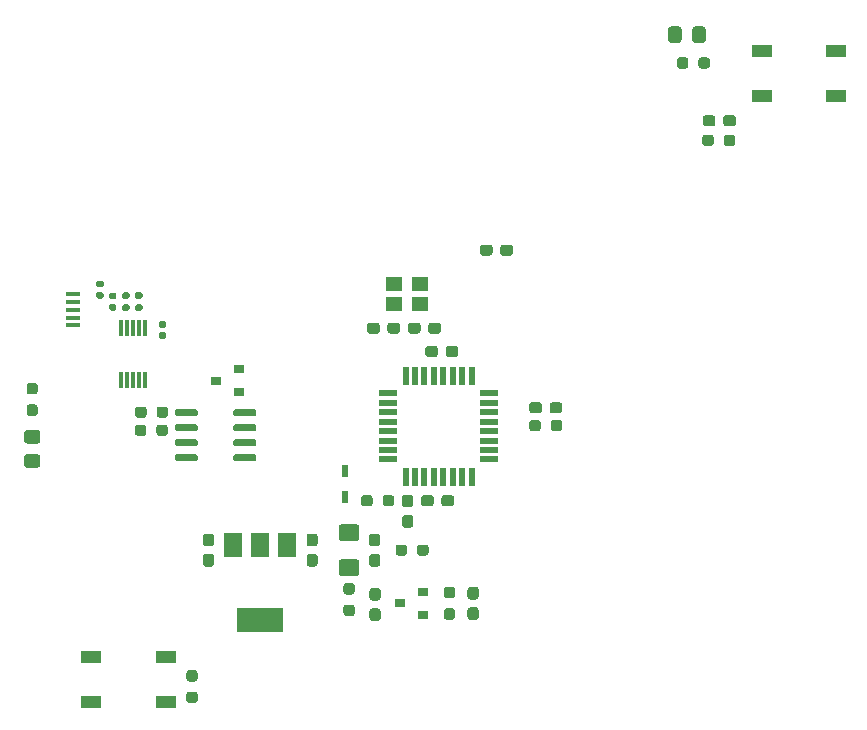
<source format=gbr>
%TF.GenerationSoftware,KiCad,Pcbnew,(5.1.7)-1*%
%TF.CreationDate,2020-10-28T17:30:20+01:00*%
%TF.ProjectId,Atmega_328_breakout,41746d65-6761-45f3-9332-385f62726561,rev?*%
%TF.SameCoordinates,Original*%
%TF.FileFunction,Paste,Top*%
%TF.FilePolarity,Positive*%
%FSLAX46Y46*%
G04 Gerber Fmt 4.6, Leading zero omitted, Abs format (unit mm)*
G04 Created by KiCad (PCBNEW (5.1.7)-1) date 2020-10-28 17:30:20*
%MOMM*%
%LPD*%
G01*
G04 APERTURE LIST*
%ADD10R,1.300000X0.450000*%
%ADD11R,0.300000X1.400000*%
%ADD12R,0.900000X0.800000*%
%ADD13R,1.500000X2.000000*%
%ADD14R,4.000000X2.000000*%
%ADD15R,0.600000X1.100000*%
%ADD16R,1.400000X1.200000*%
%ADD17R,1.700000X1.000000*%
%ADD18R,1.600000X0.550000*%
%ADD19R,0.550000X1.600000*%
G04 APERTURE END LIST*
D10*
%TO.C,J28*%
X55500000Y-81600000D03*
X55500000Y-80950000D03*
X55500000Y-80300000D03*
X55500000Y-79650000D03*
X55500000Y-79000000D03*
%TD*%
%TO.C,C14*%
G36*
G01*
X57630000Y-78800000D02*
X57970000Y-78800000D01*
G75*
G02*
X58110000Y-78940000I0J-140000D01*
G01*
X58110000Y-79220000D01*
G75*
G02*
X57970000Y-79360000I-140000J0D01*
G01*
X57630000Y-79360000D01*
G75*
G02*
X57490000Y-79220000I0J140000D01*
G01*
X57490000Y-78940000D01*
G75*
G02*
X57630000Y-78800000I140000J0D01*
G01*
G37*
G36*
G01*
X57630000Y-77840000D02*
X57970000Y-77840000D01*
G75*
G02*
X58110000Y-77980000I0J-140000D01*
G01*
X58110000Y-78260000D01*
G75*
G02*
X57970000Y-78400000I-140000J0D01*
G01*
X57630000Y-78400000D01*
G75*
G02*
X57490000Y-78260000I0J140000D01*
G01*
X57490000Y-77980000D01*
G75*
G02*
X57630000Y-77840000I140000J0D01*
G01*
G37*
%TD*%
D11*
%TO.C,U6*%
X59600000Y-81800000D03*
X60100000Y-81800000D03*
X60600000Y-81800000D03*
X61100000Y-81800000D03*
X61600000Y-81800000D03*
X61600000Y-86200000D03*
X61100000Y-86200000D03*
X60600000Y-86200000D03*
X60100000Y-86200000D03*
X59600000Y-86200000D03*
%TD*%
%TO.C,R13*%
G36*
G01*
X60185000Y-79360000D02*
X59815000Y-79360000D01*
G75*
G02*
X59680000Y-79225000I0J135000D01*
G01*
X59680000Y-78955000D01*
G75*
G02*
X59815000Y-78820000I135000J0D01*
G01*
X60185000Y-78820000D01*
G75*
G02*
X60320000Y-78955000I0J-135000D01*
G01*
X60320000Y-79225000D01*
G75*
G02*
X60185000Y-79360000I-135000J0D01*
G01*
G37*
G36*
G01*
X60185000Y-80380000D02*
X59815000Y-80380000D01*
G75*
G02*
X59680000Y-80245000I0J135000D01*
G01*
X59680000Y-79975000D01*
G75*
G02*
X59815000Y-79840000I135000J0D01*
G01*
X60185000Y-79840000D01*
G75*
G02*
X60320000Y-79975000I0J-135000D01*
G01*
X60320000Y-80245000D01*
G75*
G02*
X60185000Y-80380000I-135000J0D01*
G01*
G37*
%TD*%
%TO.C,R10*%
G36*
G01*
X61285000Y-79360000D02*
X60915000Y-79360000D01*
G75*
G02*
X60780000Y-79225000I0J135000D01*
G01*
X60780000Y-78955000D01*
G75*
G02*
X60915000Y-78820000I135000J0D01*
G01*
X61285000Y-78820000D01*
G75*
G02*
X61420000Y-78955000I0J-135000D01*
G01*
X61420000Y-79225000D01*
G75*
G02*
X61285000Y-79360000I-135000J0D01*
G01*
G37*
G36*
G01*
X61285000Y-80380000D02*
X60915000Y-80380000D01*
G75*
G02*
X60780000Y-80245000I0J135000D01*
G01*
X60780000Y-79975000D01*
G75*
G02*
X60915000Y-79840000I135000J0D01*
G01*
X61285000Y-79840000D01*
G75*
G02*
X61420000Y-79975000I0J-135000D01*
G01*
X61420000Y-80245000D01*
G75*
G02*
X61285000Y-80380000I-135000J0D01*
G01*
G37*
%TD*%
%TO.C,C16*%
G36*
G01*
X58730000Y-79800000D02*
X59070000Y-79800000D01*
G75*
G02*
X59210000Y-79940000I0J-140000D01*
G01*
X59210000Y-80220000D01*
G75*
G02*
X59070000Y-80360000I-140000J0D01*
G01*
X58730000Y-80360000D01*
G75*
G02*
X58590000Y-80220000I0J140000D01*
G01*
X58590000Y-79940000D01*
G75*
G02*
X58730000Y-79800000I140000J0D01*
G01*
G37*
G36*
G01*
X58730000Y-78840000D02*
X59070000Y-78840000D01*
G75*
G02*
X59210000Y-78980000I0J-140000D01*
G01*
X59210000Y-79260000D01*
G75*
G02*
X59070000Y-79400000I-140000J0D01*
G01*
X58730000Y-79400000D01*
G75*
G02*
X58590000Y-79260000I0J140000D01*
G01*
X58590000Y-78980000D01*
G75*
G02*
X58730000Y-78840000I140000J0D01*
G01*
G37*
%TD*%
%TO.C,C15*%
G36*
G01*
X62930000Y-82200000D02*
X63270000Y-82200000D01*
G75*
G02*
X63410000Y-82340000I0J-140000D01*
G01*
X63410000Y-82620000D01*
G75*
G02*
X63270000Y-82760000I-140000J0D01*
G01*
X62930000Y-82760000D01*
G75*
G02*
X62790000Y-82620000I0J140000D01*
G01*
X62790000Y-82340000D01*
G75*
G02*
X62930000Y-82200000I140000J0D01*
G01*
G37*
G36*
G01*
X62930000Y-81240000D02*
X63270000Y-81240000D01*
G75*
G02*
X63410000Y-81380000I0J-140000D01*
G01*
X63410000Y-81660000D01*
G75*
G02*
X63270000Y-81800000I-140000J0D01*
G01*
X62930000Y-81800000D01*
G75*
G02*
X62790000Y-81660000I0J140000D01*
G01*
X62790000Y-81380000D01*
G75*
G02*
X62930000Y-81240000I140000J0D01*
G01*
G37*
%TD*%
D12*
%TO.C,Q1*%
X67600000Y-86300000D03*
X69600000Y-85350000D03*
X69600000Y-87250000D03*
%TD*%
%TO.C,U3*%
G36*
G01*
X69100000Y-89175000D02*
X69100000Y-88875000D01*
G75*
G02*
X69250000Y-88725000I150000J0D01*
G01*
X70900000Y-88725000D01*
G75*
G02*
X71050000Y-88875000I0J-150000D01*
G01*
X71050000Y-89175000D01*
G75*
G02*
X70900000Y-89325000I-150000J0D01*
G01*
X69250000Y-89325000D01*
G75*
G02*
X69100000Y-89175000I0J150000D01*
G01*
G37*
G36*
G01*
X69100000Y-90445000D02*
X69100000Y-90145000D01*
G75*
G02*
X69250000Y-89995000I150000J0D01*
G01*
X70900000Y-89995000D01*
G75*
G02*
X71050000Y-90145000I0J-150000D01*
G01*
X71050000Y-90445000D01*
G75*
G02*
X70900000Y-90595000I-150000J0D01*
G01*
X69250000Y-90595000D01*
G75*
G02*
X69100000Y-90445000I0J150000D01*
G01*
G37*
G36*
G01*
X69100000Y-91715000D02*
X69100000Y-91415000D01*
G75*
G02*
X69250000Y-91265000I150000J0D01*
G01*
X70900000Y-91265000D01*
G75*
G02*
X71050000Y-91415000I0J-150000D01*
G01*
X71050000Y-91715000D01*
G75*
G02*
X70900000Y-91865000I-150000J0D01*
G01*
X69250000Y-91865000D01*
G75*
G02*
X69100000Y-91715000I0J150000D01*
G01*
G37*
G36*
G01*
X69100000Y-92985000D02*
X69100000Y-92685000D01*
G75*
G02*
X69250000Y-92535000I150000J0D01*
G01*
X70900000Y-92535000D01*
G75*
G02*
X71050000Y-92685000I0J-150000D01*
G01*
X71050000Y-92985000D01*
G75*
G02*
X70900000Y-93135000I-150000J0D01*
G01*
X69250000Y-93135000D01*
G75*
G02*
X69100000Y-92985000I0J150000D01*
G01*
G37*
G36*
G01*
X64150000Y-92985000D02*
X64150000Y-92685000D01*
G75*
G02*
X64300000Y-92535000I150000J0D01*
G01*
X65950000Y-92535000D01*
G75*
G02*
X66100000Y-92685000I0J-150000D01*
G01*
X66100000Y-92985000D01*
G75*
G02*
X65950000Y-93135000I-150000J0D01*
G01*
X64300000Y-93135000D01*
G75*
G02*
X64150000Y-92985000I0J150000D01*
G01*
G37*
G36*
G01*
X64150000Y-91715000D02*
X64150000Y-91415000D01*
G75*
G02*
X64300000Y-91265000I150000J0D01*
G01*
X65950000Y-91265000D01*
G75*
G02*
X66100000Y-91415000I0J-150000D01*
G01*
X66100000Y-91715000D01*
G75*
G02*
X65950000Y-91865000I-150000J0D01*
G01*
X64300000Y-91865000D01*
G75*
G02*
X64150000Y-91715000I0J150000D01*
G01*
G37*
G36*
G01*
X64150000Y-90445000D02*
X64150000Y-90145000D01*
G75*
G02*
X64300000Y-89995000I150000J0D01*
G01*
X65950000Y-89995000D01*
G75*
G02*
X66100000Y-90145000I0J-150000D01*
G01*
X66100000Y-90445000D01*
G75*
G02*
X65950000Y-90595000I-150000J0D01*
G01*
X64300000Y-90595000D01*
G75*
G02*
X64150000Y-90445000I0J150000D01*
G01*
G37*
G36*
G01*
X64150000Y-89175000D02*
X64150000Y-88875000D01*
G75*
G02*
X64300000Y-88725000I150000J0D01*
G01*
X65950000Y-88725000D01*
G75*
G02*
X66100000Y-88875000I0J-150000D01*
G01*
X66100000Y-89175000D01*
G75*
G02*
X65950000Y-89325000I-150000J0D01*
G01*
X64300000Y-89325000D01*
G75*
G02*
X64150000Y-89175000I0J150000D01*
G01*
G37*
%TD*%
D13*
%TO.C,U1*%
X73675000Y-100250000D03*
X69075000Y-100250000D03*
X71375000Y-100250000D03*
D14*
X71375000Y-106550000D03*
%TD*%
D15*
%TO.C,D2*%
X78522000Y-96158000D03*
X78522000Y-93958000D03*
%TD*%
D16*
%TO.C,Y1*%
X82672000Y-78118000D03*
X84872000Y-78118000D03*
X84872000Y-79818000D03*
X82672000Y-79818000D03*
%TD*%
D17*
%TO.C,SW2*%
X120153000Y-62160000D03*
X113853000Y-62160000D03*
X120153000Y-58360000D03*
X113853000Y-58360000D03*
%TD*%
%TO.C,SW1*%
X57084000Y-109668000D03*
X63384000Y-109668000D03*
X57084000Y-113468000D03*
X63384000Y-113468000D03*
%TD*%
%TO.C,R12*%
G36*
G01*
X81741000Y-96692500D02*
X81741000Y-96217500D01*
G75*
G02*
X81978500Y-95980000I237500J0D01*
G01*
X82478500Y-95980000D01*
G75*
G02*
X82716000Y-96217500I0J-237500D01*
G01*
X82716000Y-96692500D01*
G75*
G02*
X82478500Y-96930000I-237500J0D01*
G01*
X81978500Y-96930000D01*
G75*
G02*
X81741000Y-96692500I0J237500D01*
G01*
G37*
G36*
G01*
X79916000Y-96692500D02*
X79916000Y-96217500D01*
G75*
G02*
X80153500Y-95980000I237500J0D01*
G01*
X80653500Y-95980000D01*
G75*
G02*
X80891000Y-96217500I0J-237500D01*
G01*
X80891000Y-96692500D01*
G75*
G02*
X80653500Y-96930000I-237500J0D01*
G01*
X80153500Y-96930000D01*
G75*
G02*
X79916000Y-96692500I0J237500D01*
G01*
G37*
%TD*%
%TO.C,R11*%
G36*
G01*
X84662000Y-100883500D02*
X84662000Y-100408500D01*
G75*
G02*
X84899500Y-100171000I237500J0D01*
G01*
X85399500Y-100171000D01*
G75*
G02*
X85637000Y-100408500I0J-237500D01*
G01*
X85637000Y-100883500D01*
G75*
G02*
X85399500Y-101121000I-237500J0D01*
G01*
X84899500Y-101121000D01*
G75*
G02*
X84662000Y-100883500I0J237500D01*
G01*
G37*
G36*
G01*
X82837000Y-100883500D02*
X82837000Y-100408500D01*
G75*
G02*
X83074500Y-100171000I237500J0D01*
G01*
X83574500Y-100171000D01*
G75*
G02*
X83812000Y-100408500I0J-237500D01*
G01*
X83812000Y-100883500D01*
G75*
G02*
X83574500Y-101121000I-237500J0D01*
G01*
X83074500Y-101121000D01*
G75*
G02*
X82837000Y-100883500I0J237500D01*
G01*
G37*
%TD*%
%TO.C,F1*%
G36*
G01*
X79528000Y-99871000D02*
X78278000Y-99871000D01*
G75*
G02*
X78028000Y-99621000I0J250000D01*
G01*
X78028000Y-98696000D01*
G75*
G02*
X78278000Y-98446000I250000J0D01*
G01*
X79528000Y-98446000D01*
G75*
G02*
X79778000Y-98696000I0J-250000D01*
G01*
X79778000Y-99621000D01*
G75*
G02*
X79528000Y-99871000I-250000J0D01*
G01*
G37*
G36*
G01*
X79528000Y-102846000D02*
X78278000Y-102846000D01*
G75*
G02*
X78028000Y-102596000I0J250000D01*
G01*
X78028000Y-101671000D01*
G75*
G02*
X78278000Y-101421000I250000J0D01*
G01*
X79528000Y-101421000D01*
G75*
G02*
X79778000Y-101671000I0J-250000D01*
G01*
X79778000Y-102596000D01*
G75*
G02*
X79528000Y-102846000I-250000J0D01*
G01*
G37*
%TD*%
D12*
%TO.C,U5*%
X83200000Y-105150000D03*
X85200000Y-104200000D03*
X85200000Y-106100000D03*
%TD*%
D18*
%TO.C,U4*%
X90737000Y-87370000D03*
X90737000Y-88170000D03*
X90737000Y-88970000D03*
X90737000Y-89770000D03*
X90737000Y-90570000D03*
X90737000Y-91370000D03*
X90737000Y-92170000D03*
X90737000Y-92970000D03*
D19*
X89287000Y-94420000D03*
X88487000Y-94420000D03*
X87687000Y-94420000D03*
X86887000Y-94420000D03*
X86087000Y-94420000D03*
X85287000Y-94420000D03*
X84487000Y-94420000D03*
X83687000Y-94420000D03*
D18*
X82237000Y-92970000D03*
X82237000Y-92170000D03*
X82237000Y-91370000D03*
X82237000Y-90570000D03*
X82237000Y-89770000D03*
X82237000Y-88970000D03*
X82237000Y-88170000D03*
X82237000Y-87370000D03*
D19*
X83687000Y-85920000D03*
X84487000Y-85920000D03*
X85287000Y-85920000D03*
X86087000Y-85920000D03*
X86887000Y-85920000D03*
X87687000Y-85920000D03*
X88487000Y-85920000D03*
X89287000Y-85920000D03*
%TD*%
%TO.C,D4*%
G36*
G01*
X107050000Y-56549999D02*
X107050000Y-57450001D01*
G75*
G02*
X106800001Y-57700000I-249999J0D01*
G01*
X106149999Y-57700000D01*
G75*
G02*
X105900000Y-57450001I0J249999D01*
G01*
X105900000Y-56549999D01*
G75*
G02*
X106149999Y-56300000I249999J0D01*
G01*
X106800001Y-56300000D01*
G75*
G02*
X107050000Y-56549999I0J-249999D01*
G01*
G37*
G36*
G01*
X109100000Y-56549999D02*
X109100000Y-57450001D01*
G75*
G02*
X108850001Y-57700000I-249999J0D01*
G01*
X108199999Y-57700000D01*
G75*
G02*
X107950000Y-57450001I0J249999D01*
G01*
X107950000Y-56549999D01*
G75*
G02*
X108199999Y-56300000I249999J0D01*
G01*
X108850001Y-56300000D01*
G75*
G02*
X109100000Y-56549999I0J-249999D01*
G01*
G37*
%TD*%
%TO.C,D3*%
G36*
G01*
X52520001Y-91625000D02*
X51619999Y-91625000D01*
G75*
G02*
X51370000Y-91375001I0J249999D01*
G01*
X51370000Y-90724999D01*
G75*
G02*
X51619999Y-90475000I249999J0D01*
G01*
X52520001Y-90475000D01*
G75*
G02*
X52770000Y-90724999I0J-249999D01*
G01*
X52770000Y-91375001D01*
G75*
G02*
X52520001Y-91625000I-249999J0D01*
G01*
G37*
G36*
G01*
X52520001Y-93675000D02*
X51619999Y-93675000D01*
G75*
G02*
X51370000Y-93425001I0J249999D01*
G01*
X51370000Y-92774999D01*
G75*
G02*
X51619999Y-92525000I249999J0D01*
G01*
X52520001Y-92525000D01*
G75*
G02*
X52770000Y-92774999I0J-249999D01*
G01*
X52770000Y-93425001D01*
G75*
G02*
X52520001Y-93675000I-249999J0D01*
G01*
G37*
%TD*%
%TO.C,C13*%
G36*
G01*
X110575000Y-64537500D02*
X110575000Y-64062500D01*
G75*
G02*
X110812500Y-63825000I237500J0D01*
G01*
X111412500Y-63825000D01*
G75*
G02*
X111650000Y-64062500I0J-237500D01*
G01*
X111650000Y-64537500D01*
G75*
G02*
X111412500Y-64775000I-237500J0D01*
G01*
X110812500Y-64775000D01*
G75*
G02*
X110575000Y-64537500I0J237500D01*
G01*
G37*
G36*
G01*
X108850000Y-64537500D02*
X108850000Y-64062500D01*
G75*
G02*
X109087500Y-63825000I237500J0D01*
G01*
X109687500Y-63825000D01*
G75*
G02*
X109925000Y-64062500I0J-237500D01*
G01*
X109925000Y-64537500D01*
G75*
G02*
X109687500Y-64775000I-237500J0D01*
G01*
X109087500Y-64775000D01*
G75*
G02*
X108850000Y-64537500I0J237500D01*
G01*
G37*
%TD*%
%TO.C,C12*%
G36*
G01*
X84954500Y-81612500D02*
X84954500Y-82087500D01*
G75*
G02*
X84717000Y-82325000I-237500J0D01*
G01*
X84117000Y-82325000D01*
G75*
G02*
X83879500Y-82087500I0J237500D01*
G01*
X83879500Y-81612500D01*
G75*
G02*
X84117000Y-81375000I237500J0D01*
G01*
X84717000Y-81375000D01*
G75*
G02*
X84954500Y-81612500I0J-237500D01*
G01*
G37*
G36*
G01*
X86679500Y-81612500D02*
X86679500Y-82087500D01*
G75*
G02*
X86442000Y-82325000I-237500J0D01*
G01*
X85842000Y-82325000D01*
G75*
G02*
X85604500Y-82087500I0J237500D01*
G01*
X85604500Y-81612500D01*
G75*
G02*
X85842000Y-81375000I237500J0D01*
G01*
X86442000Y-81375000D01*
G75*
G02*
X86679500Y-81612500I0J-237500D01*
G01*
G37*
%TD*%
%TO.C,C11*%
G36*
G01*
X82149000Y-82087500D02*
X82149000Y-81612500D01*
G75*
G02*
X82386500Y-81375000I237500J0D01*
G01*
X82986500Y-81375000D01*
G75*
G02*
X83224000Y-81612500I0J-237500D01*
G01*
X83224000Y-82087500D01*
G75*
G02*
X82986500Y-82325000I-237500J0D01*
G01*
X82386500Y-82325000D01*
G75*
G02*
X82149000Y-82087500I0J237500D01*
G01*
G37*
G36*
G01*
X80424000Y-82087500D02*
X80424000Y-81612500D01*
G75*
G02*
X80661500Y-81375000I237500J0D01*
G01*
X81261500Y-81375000D01*
G75*
G02*
X81499000Y-81612500I0J-237500D01*
G01*
X81499000Y-82087500D01*
G75*
G02*
X81261500Y-82325000I-237500J0D01*
G01*
X80661500Y-82325000D01*
G75*
G02*
X80424000Y-82087500I0J237500D01*
G01*
G37*
%TD*%
%TO.C,C10*%
G36*
G01*
X91700500Y-75483500D02*
X91700500Y-75008500D01*
G75*
G02*
X91938000Y-74771000I237500J0D01*
G01*
X92538000Y-74771000D01*
G75*
G02*
X92775500Y-75008500I0J-237500D01*
G01*
X92775500Y-75483500D01*
G75*
G02*
X92538000Y-75721000I-237500J0D01*
G01*
X91938000Y-75721000D01*
G75*
G02*
X91700500Y-75483500I0J237500D01*
G01*
G37*
G36*
G01*
X89975500Y-75483500D02*
X89975500Y-75008500D01*
G75*
G02*
X90213000Y-74771000I237500J0D01*
G01*
X90813000Y-74771000D01*
G75*
G02*
X91050500Y-75008500I0J-237500D01*
G01*
X91050500Y-75483500D01*
G75*
G02*
X90813000Y-75721000I-237500J0D01*
G01*
X90213000Y-75721000D01*
G75*
G02*
X89975500Y-75483500I0J237500D01*
G01*
G37*
%TD*%
%TO.C,C9*%
G36*
G01*
X95875000Y-88837500D02*
X95875000Y-88362500D01*
G75*
G02*
X96112500Y-88125000I237500J0D01*
G01*
X96712500Y-88125000D01*
G75*
G02*
X96950000Y-88362500I0J-237500D01*
G01*
X96950000Y-88837500D01*
G75*
G02*
X96712500Y-89075000I-237500J0D01*
G01*
X96112500Y-89075000D01*
G75*
G02*
X95875000Y-88837500I0J237500D01*
G01*
G37*
G36*
G01*
X94150000Y-88837500D02*
X94150000Y-88362500D01*
G75*
G02*
X94387500Y-88125000I237500J0D01*
G01*
X94987500Y-88125000D01*
G75*
G02*
X95225000Y-88362500I0J-237500D01*
G01*
X95225000Y-88837500D01*
G75*
G02*
X94987500Y-89075000I-237500J0D01*
G01*
X94387500Y-89075000D01*
G75*
G02*
X94150000Y-88837500I0J237500D01*
G01*
G37*
%TD*%
%TO.C,C8*%
G36*
G01*
X80824500Y-100971000D02*
X81299500Y-100971000D01*
G75*
G02*
X81537000Y-101208500I0J-237500D01*
G01*
X81537000Y-101808500D01*
G75*
G02*
X81299500Y-102046000I-237500J0D01*
G01*
X80824500Y-102046000D01*
G75*
G02*
X80587000Y-101808500I0J237500D01*
G01*
X80587000Y-101208500D01*
G75*
G02*
X80824500Y-100971000I237500J0D01*
G01*
G37*
G36*
G01*
X80824500Y-99246000D02*
X81299500Y-99246000D01*
G75*
G02*
X81537000Y-99483500I0J-237500D01*
G01*
X81537000Y-100083500D01*
G75*
G02*
X81299500Y-100321000I-237500J0D01*
G01*
X80824500Y-100321000D01*
G75*
G02*
X80587000Y-100083500I0J237500D01*
G01*
X80587000Y-99483500D01*
G75*
G02*
X80824500Y-99246000I237500J0D01*
G01*
G37*
%TD*%
%TO.C,C7*%
G36*
G01*
X89162500Y-105475000D02*
X89637500Y-105475000D01*
G75*
G02*
X89875000Y-105712500I0J-237500D01*
G01*
X89875000Y-106312500D01*
G75*
G02*
X89637500Y-106550000I-237500J0D01*
G01*
X89162500Y-106550000D01*
G75*
G02*
X88925000Y-106312500I0J237500D01*
G01*
X88925000Y-105712500D01*
G75*
G02*
X89162500Y-105475000I237500J0D01*
G01*
G37*
G36*
G01*
X89162500Y-103750000D02*
X89637500Y-103750000D01*
G75*
G02*
X89875000Y-103987500I0J-237500D01*
G01*
X89875000Y-104587500D01*
G75*
G02*
X89637500Y-104825000I-237500J0D01*
G01*
X89162500Y-104825000D01*
G75*
G02*
X88925000Y-104587500I0J237500D01*
G01*
X88925000Y-103987500D01*
G75*
G02*
X89162500Y-103750000I237500J0D01*
G01*
G37*
%TD*%
%TO.C,C6*%
G36*
G01*
X81337500Y-104925000D02*
X80862500Y-104925000D01*
G75*
G02*
X80625000Y-104687500I0J237500D01*
G01*
X80625000Y-104087500D01*
G75*
G02*
X80862500Y-103850000I237500J0D01*
G01*
X81337500Y-103850000D01*
G75*
G02*
X81575000Y-104087500I0J-237500D01*
G01*
X81575000Y-104687500D01*
G75*
G02*
X81337500Y-104925000I-237500J0D01*
G01*
G37*
G36*
G01*
X81337500Y-106650000D02*
X80862500Y-106650000D01*
G75*
G02*
X80625000Y-106412500I0J237500D01*
G01*
X80625000Y-105812500D01*
G75*
G02*
X80862500Y-105575000I237500J0D01*
G01*
X81337500Y-105575000D01*
G75*
G02*
X81575000Y-105812500I0J-237500D01*
G01*
X81575000Y-106412500D01*
G75*
G02*
X81337500Y-106650000I-237500J0D01*
G01*
G37*
%TD*%
%TO.C,C5*%
G36*
G01*
X76012500Y-100321000D02*
X75537500Y-100321000D01*
G75*
G02*
X75300000Y-100083500I0J237500D01*
G01*
X75300000Y-99483500D01*
G75*
G02*
X75537500Y-99246000I237500J0D01*
G01*
X76012500Y-99246000D01*
G75*
G02*
X76250000Y-99483500I0J-237500D01*
G01*
X76250000Y-100083500D01*
G75*
G02*
X76012500Y-100321000I-237500J0D01*
G01*
G37*
G36*
G01*
X76012500Y-102046000D02*
X75537500Y-102046000D01*
G75*
G02*
X75300000Y-101808500I0J237500D01*
G01*
X75300000Y-101208500D01*
G75*
G02*
X75537500Y-100971000I237500J0D01*
G01*
X76012500Y-100971000D01*
G75*
G02*
X76250000Y-101208500I0J-237500D01*
G01*
X76250000Y-101808500D01*
G75*
G02*
X76012500Y-102046000I-237500J0D01*
G01*
G37*
%TD*%
%TO.C,C4*%
G36*
G01*
X86071000Y-96217500D02*
X86071000Y-96692500D01*
G75*
G02*
X85833500Y-96930000I-237500J0D01*
G01*
X85233500Y-96930000D01*
G75*
G02*
X84996000Y-96692500I0J237500D01*
G01*
X84996000Y-96217500D01*
G75*
G02*
X85233500Y-95980000I237500J0D01*
G01*
X85833500Y-95980000D01*
G75*
G02*
X86071000Y-96217500I0J-237500D01*
G01*
G37*
G36*
G01*
X87796000Y-96217500D02*
X87796000Y-96692500D01*
G75*
G02*
X87558500Y-96930000I-237500J0D01*
G01*
X86958500Y-96930000D01*
G75*
G02*
X86721000Y-96692500I0J237500D01*
G01*
X86721000Y-96217500D01*
G75*
G02*
X86958500Y-95980000I237500J0D01*
G01*
X87558500Y-95980000D01*
G75*
G02*
X87796000Y-96217500I0J-237500D01*
G01*
G37*
%TD*%
%TO.C,C3*%
G36*
G01*
X86423000Y-83588500D02*
X86423000Y-84063500D01*
G75*
G02*
X86185500Y-84301000I-237500J0D01*
G01*
X85585500Y-84301000D01*
G75*
G02*
X85348000Y-84063500I0J237500D01*
G01*
X85348000Y-83588500D01*
G75*
G02*
X85585500Y-83351000I237500J0D01*
G01*
X86185500Y-83351000D01*
G75*
G02*
X86423000Y-83588500I0J-237500D01*
G01*
G37*
G36*
G01*
X88148000Y-83588500D02*
X88148000Y-84063500D01*
G75*
G02*
X87910500Y-84301000I-237500J0D01*
G01*
X87310500Y-84301000D01*
G75*
G02*
X87073000Y-84063500I0J237500D01*
G01*
X87073000Y-83588500D01*
G75*
G02*
X87310500Y-83351000I237500J0D01*
G01*
X87910500Y-83351000D01*
G75*
G02*
X88148000Y-83588500I0J-237500D01*
G01*
G37*
%TD*%
%TO.C,C2*%
G36*
G01*
X67237500Y-100321000D02*
X66762500Y-100321000D01*
G75*
G02*
X66525000Y-100083500I0J237500D01*
G01*
X66525000Y-99483500D01*
G75*
G02*
X66762500Y-99246000I237500J0D01*
G01*
X67237500Y-99246000D01*
G75*
G02*
X67475000Y-99483500I0J-237500D01*
G01*
X67475000Y-100083500D01*
G75*
G02*
X67237500Y-100321000I-237500J0D01*
G01*
G37*
G36*
G01*
X67237500Y-102046000D02*
X66762500Y-102046000D01*
G75*
G02*
X66525000Y-101808500I0J237500D01*
G01*
X66525000Y-101208500D01*
G75*
G02*
X66762500Y-100971000I237500J0D01*
G01*
X67237500Y-100971000D01*
G75*
G02*
X67475000Y-101208500I0J-237500D01*
G01*
X67475000Y-101808500D01*
G75*
G02*
X67237500Y-102046000I-237500J0D01*
G01*
G37*
%TD*%
%TO.C,C1*%
G36*
G01*
X84093500Y-97019000D02*
X83618500Y-97019000D01*
G75*
G02*
X83381000Y-96781500I0J237500D01*
G01*
X83381000Y-96181500D01*
G75*
G02*
X83618500Y-95944000I237500J0D01*
G01*
X84093500Y-95944000D01*
G75*
G02*
X84331000Y-96181500I0J-237500D01*
G01*
X84331000Y-96781500D01*
G75*
G02*
X84093500Y-97019000I-237500J0D01*
G01*
G37*
G36*
G01*
X84093500Y-98744000D02*
X83618500Y-98744000D01*
G75*
G02*
X83381000Y-98506500I0J237500D01*
G01*
X83381000Y-97906500D01*
G75*
G02*
X83618500Y-97669000I237500J0D01*
G01*
X84093500Y-97669000D01*
G75*
G02*
X84331000Y-97906500I0J-237500D01*
G01*
X84331000Y-98506500D01*
G75*
G02*
X84093500Y-98744000I-237500J0D01*
G01*
G37*
%TD*%
%TO.C,R1*%
G36*
G01*
X60760000Y-90737500D02*
X60760000Y-90262500D01*
G75*
G02*
X60997500Y-90025000I237500J0D01*
G01*
X61497500Y-90025000D01*
G75*
G02*
X61735000Y-90262500I0J-237500D01*
G01*
X61735000Y-90737500D01*
G75*
G02*
X61497500Y-90975000I-237500J0D01*
G01*
X60997500Y-90975000D01*
G75*
G02*
X60760000Y-90737500I0J237500D01*
G01*
G37*
G36*
G01*
X62585000Y-90737500D02*
X62585000Y-90262500D01*
G75*
G02*
X62822500Y-90025000I237500J0D01*
G01*
X63322500Y-90025000D01*
G75*
G02*
X63560000Y-90262500I0J-237500D01*
G01*
X63560000Y-90737500D01*
G75*
G02*
X63322500Y-90975000I-237500J0D01*
G01*
X62822500Y-90975000D01*
G75*
G02*
X62585000Y-90737500I0J237500D01*
G01*
G37*
%TD*%
%TO.C,R2*%
G36*
G01*
X63577500Y-88732500D02*
X63577500Y-89207500D01*
G75*
G02*
X63340000Y-89445000I-237500J0D01*
G01*
X62840000Y-89445000D01*
G75*
G02*
X62602500Y-89207500I0J237500D01*
G01*
X62602500Y-88732500D01*
G75*
G02*
X62840000Y-88495000I237500J0D01*
G01*
X63340000Y-88495000D01*
G75*
G02*
X63577500Y-88732500I0J-237500D01*
G01*
G37*
G36*
G01*
X61752500Y-88732500D02*
X61752500Y-89207500D01*
G75*
G02*
X61515000Y-89445000I-237500J0D01*
G01*
X61015000Y-89445000D01*
G75*
G02*
X60777500Y-89207500I0J237500D01*
G01*
X60777500Y-88732500D01*
G75*
G02*
X61015000Y-88495000I237500J0D01*
G01*
X61515000Y-88495000D01*
G75*
G02*
X61752500Y-88732500I0J-237500D01*
G01*
G37*
%TD*%
%TO.C,R3*%
G36*
G01*
X87637500Y-104725000D02*
X87162500Y-104725000D01*
G75*
G02*
X86925000Y-104487500I0J237500D01*
G01*
X86925000Y-103987500D01*
G75*
G02*
X87162500Y-103750000I237500J0D01*
G01*
X87637500Y-103750000D01*
G75*
G02*
X87875000Y-103987500I0J-237500D01*
G01*
X87875000Y-104487500D01*
G75*
G02*
X87637500Y-104725000I-237500J0D01*
G01*
G37*
G36*
G01*
X87637500Y-106550000D02*
X87162500Y-106550000D01*
G75*
G02*
X86925000Y-106312500I0J237500D01*
G01*
X86925000Y-105812500D01*
G75*
G02*
X87162500Y-105575000I237500J0D01*
G01*
X87637500Y-105575000D01*
G75*
G02*
X87875000Y-105812500I0J-237500D01*
G01*
X87875000Y-106312500D01*
G75*
G02*
X87637500Y-106550000I-237500J0D01*
G01*
G37*
%TD*%
%TO.C,R4*%
G36*
G01*
X79140500Y-106237000D02*
X78665500Y-106237000D01*
G75*
G02*
X78428000Y-105999500I0J237500D01*
G01*
X78428000Y-105499500D01*
G75*
G02*
X78665500Y-105262000I237500J0D01*
G01*
X79140500Y-105262000D01*
G75*
G02*
X79378000Y-105499500I0J-237500D01*
G01*
X79378000Y-105999500D01*
G75*
G02*
X79140500Y-106237000I-237500J0D01*
G01*
G37*
G36*
G01*
X79140500Y-104412000D02*
X78665500Y-104412000D01*
G75*
G02*
X78428000Y-104174500I0J237500D01*
G01*
X78428000Y-103674500D01*
G75*
G02*
X78665500Y-103437000I237500J0D01*
G01*
X79140500Y-103437000D01*
G75*
G02*
X79378000Y-103674500I0J-237500D01*
G01*
X79378000Y-104174500D01*
G75*
G02*
X79140500Y-104412000I-237500J0D01*
G01*
G37*
%TD*%
%TO.C,R5*%
G36*
G01*
X51832500Y-86484000D02*
X52307500Y-86484000D01*
G75*
G02*
X52545000Y-86721500I0J-237500D01*
G01*
X52545000Y-87221500D01*
G75*
G02*
X52307500Y-87459000I-237500J0D01*
G01*
X51832500Y-87459000D01*
G75*
G02*
X51595000Y-87221500I0J237500D01*
G01*
X51595000Y-86721500D01*
G75*
G02*
X51832500Y-86484000I237500J0D01*
G01*
G37*
G36*
G01*
X51832500Y-88309000D02*
X52307500Y-88309000D01*
G75*
G02*
X52545000Y-88546500I0J-237500D01*
G01*
X52545000Y-89046500D01*
G75*
G02*
X52307500Y-89284000I-237500J0D01*
G01*
X51832500Y-89284000D01*
G75*
G02*
X51595000Y-89046500I0J237500D01*
G01*
X51595000Y-88546500D01*
G75*
G02*
X51832500Y-88309000I237500J0D01*
G01*
G37*
%TD*%
%TO.C,R6*%
G36*
G01*
X95125000Y-89862500D02*
X95125000Y-90337500D01*
G75*
G02*
X94887500Y-90575000I-237500J0D01*
G01*
X94387500Y-90575000D01*
G75*
G02*
X94150000Y-90337500I0J237500D01*
G01*
X94150000Y-89862500D01*
G75*
G02*
X94387500Y-89625000I237500J0D01*
G01*
X94887500Y-89625000D01*
G75*
G02*
X95125000Y-89862500I0J-237500D01*
G01*
G37*
G36*
G01*
X96950000Y-89862500D02*
X96950000Y-90337500D01*
G75*
G02*
X96712500Y-90575000I-237500J0D01*
G01*
X96212500Y-90575000D01*
G75*
G02*
X95975000Y-90337500I0J237500D01*
G01*
X95975000Y-89862500D01*
G75*
G02*
X96212500Y-89625000I237500J0D01*
G01*
X96712500Y-89625000D01*
G75*
G02*
X96950000Y-89862500I0J-237500D01*
G01*
G37*
%TD*%
%TO.C,R7*%
G36*
G01*
X65362500Y-112625000D02*
X65837500Y-112625000D01*
G75*
G02*
X66075000Y-112862500I0J-237500D01*
G01*
X66075000Y-113362500D01*
G75*
G02*
X65837500Y-113600000I-237500J0D01*
G01*
X65362500Y-113600000D01*
G75*
G02*
X65125000Y-113362500I0J237500D01*
G01*
X65125000Y-112862500D01*
G75*
G02*
X65362500Y-112625000I237500J0D01*
G01*
G37*
G36*
G01*
X65362500Y-110800000D02*
X65837500Y-110800000D01*
G75*
G02*
X66075000Y-111037500I0J-237500D01*
G01*
X66075000Y-111537500D01*
G75*
G02*
X65837500Y-111775000I-237500J0D01*
G01*
X65362500Y-111775000D01*
G75*
G02*
X65125000Y-111537500I0J237500D01*
G01*
X65125000Y-111037500D01*
G75*
G02*
X65362500Y-110800000I237500J0D01*
G01*
G37*
%TD*%
%TO.C,R8*%
G36*
G01*
X108475000Y-59637500D02*
X108475000Y-59162500D01*
G75*
G02*
X108712500Y-58925000I237500J0D01*
G01*
X109212500Y-58925000D01*
G75*
G02*
X109450000Y-59162500I0J-237500D01*
G01*
X109450000Y-59637500D01*
G75*
G02*
X109212500Y-59875000I-237500J0D01*
G01*
X108712500Y-59875000D01*
G75*
G02*
X108475000Y-59637500I0J237500D01*
G01*
G37*
G36*
G01*
X106650000Y-59637500D02*
X106650000Y-59162500D01*
G75*
G02*
X106887500Y-58925000I237500J0D01*
G01*
X107387500Y-58925000D01*
G75*
G02*
X107625000Y-59162500I0J-237500D01*
G01*
X107625000Y-59637500D01*
G75*
G02*
X107387500Y-59875000I-237500J0D01*
G01*
X106887500Y-59875000D01*
G75*
G02*
X106650000Y-59637500I0J237500D01*
G01*
G37*
%TD*%
%TO.C,R9*%
G36*
G01*
X111600000Y-65712500D02*
X111600000Y-66187500D01*
G75*
G02*
X111362500Y-66425000I-237500J0D01*
G01*
X110862500Y-66425000D01*
G75*
G02*
X110625000Y-66187500I0J237500D01*
G01*
X110625000Y-65712500D01*
G75*
G02*
X110862500Y-65475000I237500J0D01*
G01*
X111362500Y-65475000D01*
G75*
G02*
X111600000Y-65712500I0J-237500D01*
G01*
G37*
G36*
G01*
X109775000Y-65712500D02*
X109775000Y-66187500D01*
G75*
G02*
X109537500Y-66425000I-237500J0D01*
G01*
X109037500Y-66425000D01*
G75*
G02*
X108800000Y-66187500I0J237500D01*
G01*
X108800000Y-65712500D01*
G75*
G02*
X109037500Y-65475000I237500J0D01*
G01*
X109537500Y-65475000D01*
G75*
G02*
X109775000Y-65712500I0J-237500D01*
G01*
G37*
%TD*%
M02*

</source>
